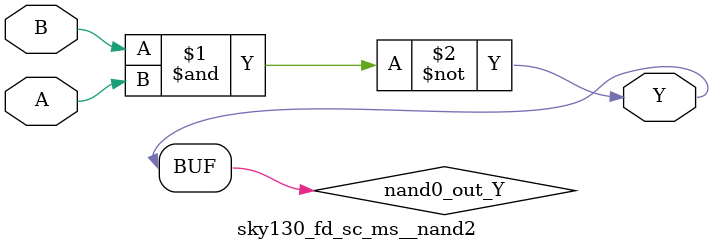
<source format=v>
/*
 * Copyright 2020 The SkyWater PDK Authors
 *
 * Licensed under the Apache License, Version 2.0 (the "License");
 * you may not use this file except in compliance with the License.
 * You may obtain a copy of the License at
 *
 *     https://www.apache.org/licenses/LICENSE-2.0
 *
 * Unless required by applicable law or agreed to in writing, software
 * distributed under the License is distributed on an "AS IS" BASIS,
 * WITHOUT WARRANTIES OR CONDITIONS OF ANY KIND, either express or implied.
 * See the License for the specific language governing permissions and
 * limitations under the License.
 *
 * SPDX-License-Identifier: Apache-2.0
*/


`ifndef SKY130_FD_SC_MS__NAND2_FUNCTIONAL_V
`define SKY130_FD_SC_MS__NAND2_FUNCTIONAL_V

/**
 * nand2: 2-input NAND.
 *
 * Verilog simulation functional model.
 */

`timescale 1ns / 1ps
`default_nettype none

`celldefine
module sky130_fd_sc_ms__nand2 (
    Y,
    A,
    B
);

    // Module ports
    output Y;
    input  A;
    input  B;

    // Local signals
    wire nand0_out_Y;

    //   Name   Output       Other arguments
    nand nand0 (nand0_out_Y, B, A           );
    buf  buf0  (Y          , nand0_out_Y    );

endmodule
`endcelldefine

`default_nettype wire
`endif  // SKY130_FD_SC_MS__NAND2_FUNCTIONAL_V

</source>
